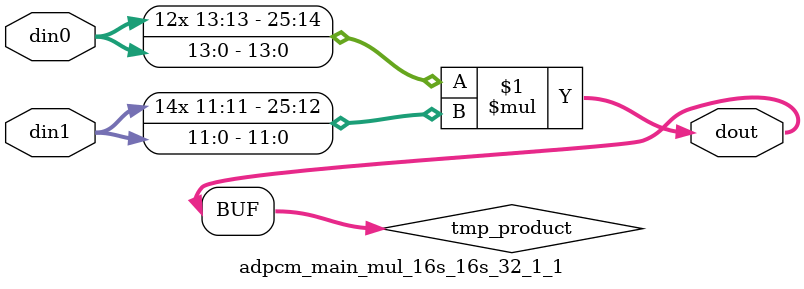
<source format=v>

`timescale 1 ns / 1 ps

  module adpcm_main_mul_16s_16s_32_1_1(din0, din1, dout);
parameter ID = 1;
parameter NUM_STAGE = 0;
parameter din0_WIDTH = 14;
parameter din1_WIDTH = 12;
parameter dout_WIDTH = 26;

input [din0_WIDTH - 1 : 0] din0; 
input [din1_WIDTH - 1 : 0] din1; 
output [dout_WIDTH - 1 : 0] dout;

wire signed [dout_WIDTH - 1 : 0] tmp_product;













assign tmp_product = $signed(din0) * $signed(din1);








assign dout = tmp_product;







endmodule

</source>
